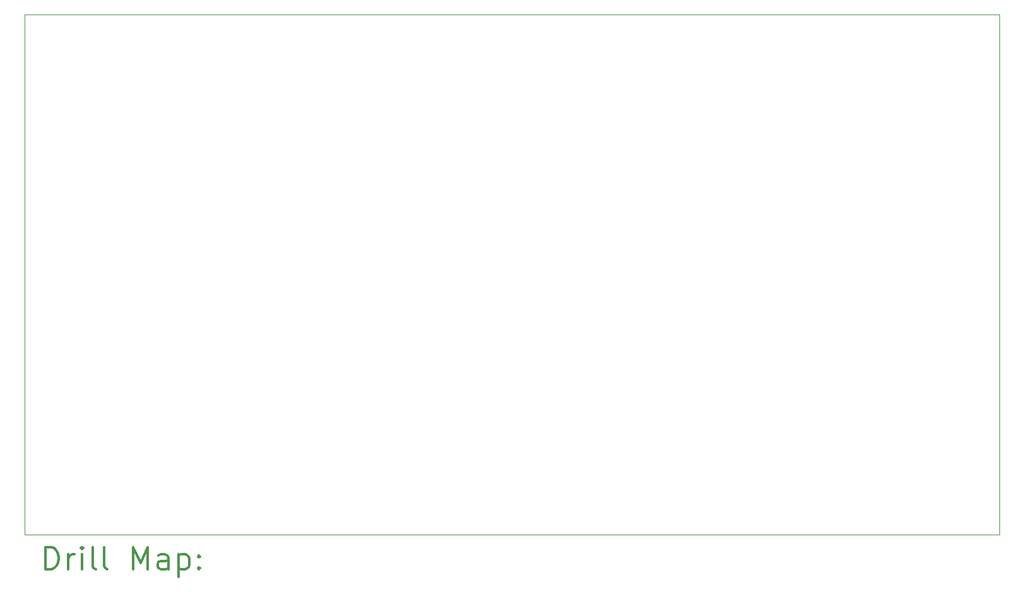
<source format=gbr>
%FSLAX45Y45*%
G04 Gerber Fmt 4.5, Leading zero omitted, Abs format (unit mm)*
G04 Created by KiCad (PCBNEW (5.1.9-0-10_14)) date 2021-04-13 16:59:38*
%MOMM*%
%LPD*%
G01*
G04 APERTURE LIST*
%TA.AperFunction,Profile*%
%ADD10C,0.050000*%
%TD*%
%ADD11C,0.200000*%
%ADD12C,0.300000*%
G04 APERTURE END LIST*
D10*
X19939000Y-13081000D02*
X19939000Y-6096000D01*
X6858000Y-13081000D02*
X19939000Y-13081000D01*
X6858000Y-6096000D02*
X19939000Y-6096000D01*
X6858000Y-13081000D02*
X6858000Y-6096000D01*
D11*
D12*
X7141928Y-13549214D02*
X7141928Y-13249214D01*
X7213357Y-13249214D01*
X7256214Y-13263500D01*
X7284786Y-13292071D01*
X7299071Y-13320643D01*
X7313357Y-13377786D01*
X7313357Y-13420643D01*
X7299071Y-13477786D01*
X7284786Y-13506357D01*
X7256214Y-13534929D01*
X7213357Y-13549214D01*
X7141928Y-13549214D01*
X7441928Y-13549214D02*
X7441928Y-13349214D01*
X7441928Y-13406357D02*
X7456214Y-13377786D01*
X7470500Y-13363500D01*
X7499071Y-13349214D01*
X7527643Y-13349214D01*
X7627643Y-13549214D02*
X7627643Y-13349214D01*
X7627643Y-13249214D02*
X7613357Y-13263500D01*
X7627643Y-13277786D01*
X7641928Y-13263500D01*
X7627643Y-13249214D01*
X7627643Y-13277786D01*
X7813357Y-13549214D02*
X7784786Y-13534929D01*
X7770500Y-13506357D01*
X7770500Y-13249214D01*
X7970500Y-13549214D02*
X7941928Y-13534929D01*
X7927643Y-13506357D01*
X7927643Y-13249214D01*
X8313357Y-13549214D02*
X8313357Y-13249214D01*
X8413357Y-13463500D01*
X8513357Y-13249214D01*
X8513357Y-13549214D01*
X8784786Y-13549214D02*
X8784786Y-13392071D01*
X8770500Y-13363500D01*
X8741928Y-13349214D01*
X8684786Y-13349214D01*
X8656214Y-13363500D01*
X8784786Y-13534929D02*
X8756214Y-13549214D01*
X8684786Y-13549214D01*
X8656214Y-13534929D01*
X8641928Y-13506357D01*
X8641928Y-13477786D01*
X8656214Y-13449214D01*
X8684786Y-13434929D01*
X8756214Y-13434929D01*
X8784786Y-13420643D01*
X8927643Y-13349214D02*
X8927643Y-13649214D01*
X8927643Y-13363500D02*
X8956214Y-13349214D01*
X9013357Y-13349214D01*
X9041928Y-13363500D01*
X9056214Y-13377786D01*
X9070500Y-13406357D01*
X9070500Y-13492071D01*
X9056214Y-13520643D01*
X9041928Y-13534929D01*
X9013357Y-13549214D01*
X8956214Y-13549214D01*
X8927643Y-13534929D01*
X9199071Y-13520643D02*
X9213357Y-13534929D01*
X9199071Y-13549214D01*
X9184786Y-13534929D01*
X9199071Y-13520643D01*
X9199071Y-13549214D01*
X9199071Y-13363500D02*
X9213357Y-13377786D01*
X9199071Y-13392071D01*
X9184786Y-13377786D01*
X9199071Y-13363500D01*
X9199071Y-13392071D01*
M02*

</source>
